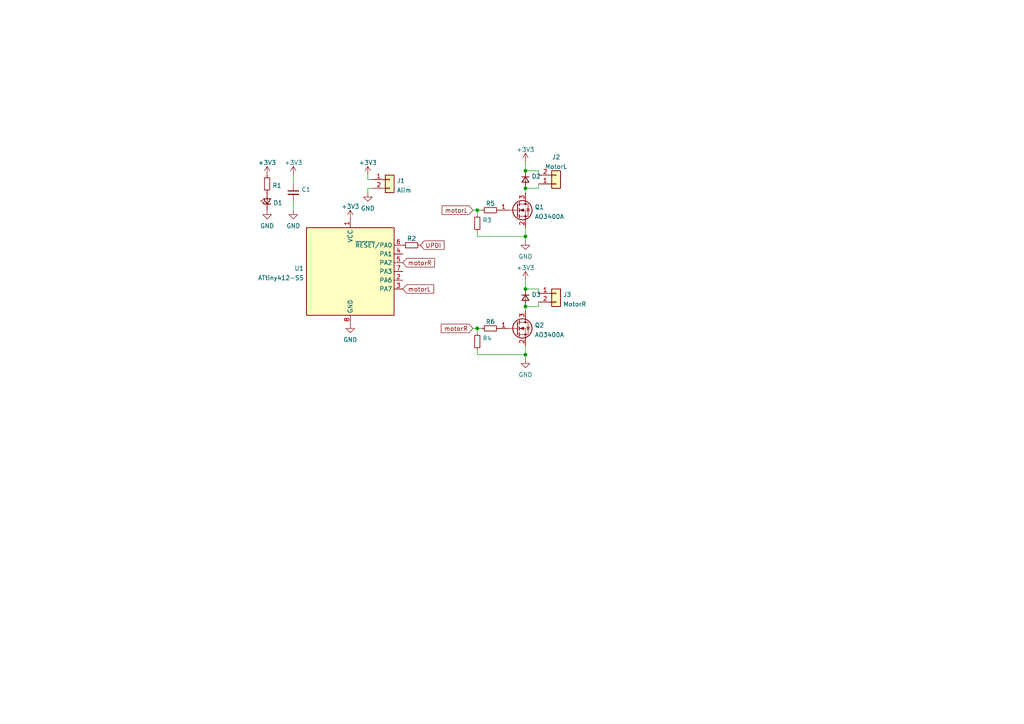
<source format=kicad_sch>
(kicad_sch (version 20210621) (generator eeschema)
  (paper "A4")
  (lib_symbols
    (symbol "Connector_Generic:Conn_01x02" (pin_names (offset 1.016) hide)
      (property "Reference" "J" (at 0 2.54 0))
      (property "Value" "Conn_01x02" (at 0 -5.08 0))
      (symbol "Conn_01x02_1_1"
        (rectangle (start -1.27 -2.413) (end 0 -2.667) (stroke (width 0.1524)))
        (rectangle (start -1.27 0.127) (end 0 -0.127) (stroke (width 0.1524)))
        (rectangle (start -1.27 1.27) (end 1.27 -3.81) (stroke (width 0.254)) (fill (type background)))
        (pin passive line (at -5.08 0 0) (length 3.81) (name "Pin_1") (number "1"))
        (pin passive line (at -5.08 -2.54 0) (length 3.81) (name "Pin_2") (number "2"))
      )
    )
    (symbol "Device:C_Small" (pin_numbers hide) (pin_names (offset 0.254) hide)
      (property "Reference" "C" (at 0.254 1.778 0))
      (property "Value" "C_Small" (at 0.254 -2.032 0))
      (symbol "C_Small_0_1"
        (polyline (pts (xy -1.524 -0.508) (xy 1.524 -0.508)) (stroke (width 0.3302)))
        (polyline (pts (xy -1.524 0.508) (xy 1.524 0.508)) (stroke (width 0.3048)))
      )
      (symbol "C_Small_1_1"
        (pin passive line (at 0 2.54 270) (length 2.032) (name "~") (number "1"))
        (pin passive line (at 0 -2.54 90) (length 2.032) (name "~") (number "2"))
      )
    )
    (symbol "Device:D_Small" (pin_numbers hide) (pin_names (offset 0.254) hide)
      (property "Reference" "D" (at -1.27 2.032 0))
      (property "Value" "D_Small" (at -3.81 -2.032 0))
      (symbol "D_Small_0_1"
        (polyline (pts (xy -0.762 -1.016) (xy -0.762 1.016)) (stroke (width 0.254)))
        (polyline (pts (xy -0.762 0) (xy 0.762 0)))
        (polyline (pts (xy 0.762 -1.016) (xy -0.762 0) (xy 0.762 1.016) (xy 0.762 -1.016)) (stroke (width 0.254)))
      )
      (symbol "D_Small_1_1"
        (pin passive line (at -2.54 0 0) (length 1.778) (name "K") (number "1"))
        (pin passive line (at 2.54 0 180) (length 1.778) (name "A") (number "2"))
      )
    )
    (symbol "Device:LED_Small" (pin_numbers hide) (pin_names (offset 0.254) hide)
      (property "Reference" "D" (at -1.27 3.175 0))
      (property "Value" "LED_Small" (at -4.445 -2.54 0))
      (symbol "LED_Small_0_1"
        (polyline (pts (xy -0.762 -1.016) (xy -0.762 1.016)) (stroke (width 0.254)))
        (polyline (pts (xy 1.016 0) (xy -0.762 0)))
        (polyline (pts (xy 0.762 -1.016) (xy -0.762 0) (xy 0.762 1.016) (xy 0.762 -1.016)) (stroke (width 0.254)))
        (polyline (pts (xy 0 0.762) (xy -0.508 1.27) (xy -0.254 1.27) (xy -0.508 1.27) (xy -0.508 1.016)))
        (polyline (pts (xy 0.508 1.27) (xy 0 1.778) (xy 0.254 1.778) (xy 0 1.778) (xy 0 1.524)))
      )
      (symbol "LED_Small_1_1"
        (pin passive line (at -2.54 0 0) (length 1.778) (name "K") (number "1"))
        (pin passive line (at 2.54 0 180) (length 1.778) (name "A") (number "2"))
      )
    )
    (symbol "Device:R_Small" (pin_numbers hide) (pin_names (offset 0.254) hide)
      (property "Reference" "R" (at 0.762 0.508 0))
      (property "Value" "R_Small" (at 0.762 -1.016 0))
      (symbol "R_Small_0_1"
        (rectangle (start -0.762 1.778) (end 0.762 -1.778) (stroke (width 0.2032)))
      )
      (symbol "R_Small_1_1"
        (pin passive line (at 0 2.54 270) (length 0.762) (name "~") (number "1"))
        (pin passive line (at 0 -2.54 90) (length 0.762) (name "~") (number "2"))
      )
    )
    (symbol "MCU_Microchip_ATtiny:ATtiny412-SS"
      (property "Reference" "U" (at -12.7 13.97 0))
      (property "Value" "ATtiny412-SS" (at 2.54 -13.97 0))
      (symbol "ATtiny412-SS_0_1"
        (rectangle (start -12.7 -12.7) (end 12.7 12.7) (stroke (width 0.254)) (fill (type background)))
      )
      (symbol "ATtiny412-SS_1_1"
        (pin power_in line (at 0 15.24 270) (length 2.54) (name "VCC") (number "1"))
        (pin bidirectional line (at 15.24 -2.54 180) (length 2.54) (name "PA6") (number "2"))
        (pin bidirectional line (at 15.24 -5.08 180) (length 2.54) (name "PA7") (number "3"))
        (pin bidirectional line (at 15.24 5.08 180) (length 2.54) (name "PA1") (number "4"))
        (pin bidirectional line (at 15.24 2.54 180) (length 2.54) (name "PA2") (number "5"))
        (pin bidirectional line (at 15.24 7.62 180) (length 2.54) (name "~{RESET}/PA0") (number "6"))
        (pin bidirectional line (at 15.24 0 180) (length 2.54) (name "PA3") (number "7"))
        (pin power_in line (at 0 -15.24 90) (length 2.54) (name "GND") (number "8"))
      )
    )
    (symbol "Transistor_FET:AO3400A" (pin_names hide)
      (property "Reference" "Q" (at 5.08 1.905 0))
      (property "Value" "AO3400A" (at 5.08 0 0))
      (symbol "AO3400A_0_1"
        (polyline (pts (xy 0.254 0) (xy -2.54 0)))
        (polyline (pts (xy 0.254 1.905) (xy 0.254 -1.905)) (stroke (width 0.254)))
        (polyline (pts (xy 0.762 -1.27) (xy 0.762 -2.286)) (stroke (width 0.254)))
        (polyline (pts (xy 0.762 0.508) (xy 0.762 -0.508)) (stroke (width 0.254)))
        (polyline (pts (xy 0.762 2.286) (xy 0.762 1.27)) (stroke (width 0.254)))
        (polyline (pts (xy 2.54 2.54) (xy 2.54 1.778)))
        (polyline (pts (xy 2.54 -2.54) (xy 2.54 0) (xy 0.762 0)))
        (polyline (pts (xy 0.762 -1.778) (xy 3.302 -1.778) (xy 3.302 1.778) (xy 0.762 1.778)))
        (polyline (pts (xy 1.016 0) (xy 2.032 0.381) (xy 2.032 -0.381) (xy 1.016 0)) (fill (type outline)))
        (polyline (pts (xy 2.794 0.508) (xy 2.921 0.381) (xy 3.683 0.381) (xy 3.81 0.254)))
        (polyline (pts (xy 3.302 0.381) (xy 2.921 -0.254) (xy 3.683 -0.254) (xy 3.302 0.381)))
        (circle (center 1.651 0) (radius 2.794) (stroke (width 0.254)))
        (circle (center 2.54 -1.778) (radius 0.254) (fill (type outline)))
        (circle (center 2.54 1.778) (radius 0.254) (fill (type outline)))
      )
      (symbol "AO3400A_1_1"
        (pin input line (at -5.08 0 0) (length 2.54) (name "G") (number "1"))
        (pin passive line (at 2.54 -5.08 90) (length 2.54) (name "S") (number "2"))
        (pin passive line (at 2.54 5.08 270) (length 2.54) (name "D") (number "3"))
      )
    )
    (symbol "power:+3.3V" (power) (pin_names (offset 0))
      (property "Value" "+3.3V" (at 0 3.556 0))
      (symbol "+3.3V_0_1"
        (polyline (pts (xy -0.762 1.27) (xy 0 2.54)))
        (polyline (pts (xy 0 0) (xy 0 2.54)))
        (polyline (pts (xy 0 2.54) (xy 0.762 1.27)))
      )
      (symbol "+3.3V_1_1"
        (pin power_in line (at 0 0 90) (length 0) hide (name "+3V3") (number "1"))
      )
    )
    (symbol "power:GND" (power) (pin_names (offset 0))
      (property "Value" "GND" (at 0 -3.81 0))
      (symbol "GND_0_1"
        (polyline (pts (xy 0 0) (xy 0 -1.27) (xy 1.27 -1.27) (xy 0 -2.54) (xy -1.27 -1.27) (xy 0 -1.27)))
      )
      (symbol "GND_1_1"
        (pin power_in line (at 0 0 270) (length 0) hide (name "GND") (number "1"))
      )
    )
  )
  (junction (at 152.4 68.58))
  (junction (at 152.4 83.82))
  (junction (at 138.43 95.25))
  (junction (at 152.4 54.61))
  (junction (at 152.4 49.53))
  (junction (at 152.4 102.87))
  (junction (at 152.4 88.9))
  (junction (at 138.43 60.96))
  (wire (pts (xy 152.4 88.9) (xy 152.4 90.17)))
  (wire (pts (xy 152.4 83.82) (xy 156.21 83.82)))
  (wire (pts (xy 138.43 95.25) (xy 139.7 95.25)))
  (wire (pts (xy 137.16 60.96) (xy 138.43 60.96)))
  (wire (pts (xy 138.43 60.96) (xy 139.7 60.96)))
  (wire (pts (xy 156.21 88.9) (xy 152.4 88.9)))
  (wire (pts (xy 152.4 46.99) (xy 152.4 49.53)))
  (wire (pts (xy 152.4 102.87) (xy 152.4 104.14)))
  (wire (pts (xy 156.21 87.63) (xy 156.21 88.9)))
  (wire (pts (xy 138.43 60.96) (xy 138.43 62.23)))
  (wire (pts (xy 156.21 53.34) (xy 156.21 54.61)))
  (wire (pts (xy 156.21 54.61) (xy 152.4 54.61)))
  (wire (pts (xy 152.4 68.58) (xy 152.4 69.85)))
  (wire (pts (xy 152.4 66.04) (xy 152.4 68.58)))
  (wire (pts (xy 85.09 60.96) (xy 85.09 58.42)))
  (wire (pts (xy 156.21 85.09) (xy 156.21 83.82)))
  (wire (pts (xy 138.43 102.87) (xy 152.4 102.87)))
  (wire (pts (xy 152.4 100.33) (xy 152.4 102.87)))
  (wire (pts (xy 138.43 95.25) (xy 138.43 96.52)))
  (wire (pts (xy 152.4 81.28) (xy 152.4 83.82)))
  (wire (pts (xy 138.43 68.58) (xy 152.4 68.58)))
  (wire (pts (xy 138.43 67.31) (xy 138.43 68.58)))
  (wire (pts (xy 137.16 95.25) (xy 138.43 95.25)))
  (wire (pts (xy 152.4 54.61) (xy 152.4 55.88)))
  (wire (pts (xy 107.95 52.07) (xy 106.68 52.07)))
  (wire (pts (xy 106.68 52.07) (xy 106.68 50.8)))
  (wire (pts (xy 152.4 49.53) (xy 156.21 49.53)))
  (wire (pts (xy 156.21 50.8) (xy 156.21 49.53)))
  (wire (pts (xy 85.09 53.34) (xy 85.09 50.8)))
  (wire (pts (xy 107.95 54.61) (xy 106.68 54.61)))
  (wire (pts (xy 106.68 54.61) (xy 106.68 55.88)))
  (wire (pts (xy 138.43 101.6) (xy 138.43 102.87)))
  (global_label "motorR" (shape input) (at 137.16 95.25 180) (property "Intersheet References" "${INTERSHEET_REFS}" (effects hide)))
  (global_label "UPDI" (shape input) (at 121.92 71.12 0) (property "Intersheet References" "${INTERSHEET_REFS}" (effects hide)))
  (global_label "motorR" (shape input) (at 116.84 76.2 0) (property "Intersheet References" "${INTERSHEET_REFS}" (effects hide)))
  (global_label "motorL" (shape input) (at 116.84 83.82 0) (property "Intersheet References" "${INTERSHEET_REFS}" (effects hide)))
  (global_label "motorL" (shape input) (at 137.16 60.96 180) (property "Intersheet References" "${INTERSHEET_REFS}" (effects hide)))
  (symbol (lib_id "Transistor_FET:AO3400A") (at 149.86 95.25 0) (unit 1)
    (property "Reference" "Q2" (at 155.067 94.3415 0) (effects (justify left)))
    (property "Value" "AO3400A" (at 155.067 97.1166 0) (effects (justify left)))
    (property "Footprint" "Package_TO_SOT_SMD:SOT-23" (effects hide))
    (property "Datasheet" "http://www.aosmd.com/pdfs/datasheet/AO3400A.pdf" (effects hide))
  )
  (symbol (lib_id "MCU_Microchip_ATtiny:ATtiny412-SS") (at 101.6 78.74 0) (unit 1)
    (property "Reference" "U1" (at 88.1381 77.8315 0) (effects (justify right)))
    (property "Value" "ATtiny412-SS" (at 88.1381 80.6066 0) (effects (justify right)))
    (property "Footprint" "Package_SO:SOIC-8_3.9x4.9mm_P1.27mm" (effects hide))
    (property "Datasheet" "http://ww1.microchip.com/downloads/en/DeviceDoc/40001911A.pdf" (effects hide))
  )
  (symbol (lib_id "power:GND") (at 101.6 93.98 0) (unit 1)
    (property "Reference" "#PWR0102" (effects hide))
    (property "Value" "GND" (at 101.6 98.5425 0))
  )
  (symbol (lib_id "Device:C_Small") (at 85.09 55.88 0) (unit 1)
    (property "Reference" "C1" (at 87.4141 54.9778 0) (effects (justify left)))
    (property "Value" "C_Small" (effects hide))
    (property "Footprint" "Capacitor_SMD:C_1206_3216Metric_Pad1.33x1.80mm_HandSolder" (effects hide))
  )
  (symbol (lib_id "power:+3.3V") (at 77.47 50.8 0) (unit 1)
    (property "Reference" "#PWR0109" (effects hide))
    (property "Value" "+3.3V" (at 77.47 47.1955 0))
  )
  (symbol (lib_id "Device:R_Small") (at 77.47 53.34 180) (unit 1)
    (property "Reference" "R1" (at 78.9686 53.819 0) (effects (justify right)))
    (property "Value" "R_Small" (effects hide))
    (property "Footprint" "Resistor_SMD:R_1206_3216Metric_Pad1.30x1.75mm_HandSolder" (effects hide))
  )
  (symbol (lib_id "Connector_Generic:Conn_01x02") (at 161.29 85.09 0) (unit 1)
    (property "Reference" "J3" (at 163.322 85.4515 0) (effects (justify left)))
    (property "Value" "MotorR" (at 163.322 88.2266 0) (effects (justify left)))
    (property "Footprint" "BarbaLib:PinHeader_1x02_2.54mm_Horizontal_SMD_Line" (effects hide))
  )
  (symbol (lib_id "Device:LED_Small") (at 77.47 58.42 90) (unit 1)
    (property "Reference" "D1" (at 79.248 58.8355 90) (effects (justify right)))
    (property "Value" "LED_Small" (effects hide))
    (property "Footprint" "LED_SMD:LED_1206_3216Metric_Pad1.42x1.75mm_HandSolder" (effects hide))
  )
  (symbol (lib_id "Device:R_Small") (at 138.43 99.06 0) (unit 1)
    (property "Reference" "R4" (at 139.9286 98.1515 0) (effects (justify left)))
    (property "Value" "R_Small" (effects hide))
    (property "Footprint" "Resistor_SMD:R_1206_3216Metric_Pad1.30x1.75mm_HandSolder" (effects hide))
  )
  (symbol (lib_id "Device:R_Small") (at 142.24 60.96 90) (unit 1)
    (property "Reference" "R5" (at 142.24 59.0319 90))
    (property "Value" "R_Small" (effects hide))
    (property "Footprint" "Resistor_SMD:R_1206_3216Metric_Pad1.30x1.75mm_HandSolder" (effects hide))
  )
  (symbol (lib_id "power:+3.3V") (at 101.6 63.5 0) (unit 1)
    (property "Reference" "#PWR0103" (effects hide))
    (property "Value" "+3.3V" (at 101.6 59.8955 0))
  )
  (symbol (lib_id "power:GND") (at 85.09 60.96 0) (unit 1)
    (property "Reference" "#PWR0101" (effects hide))
    (property "Value" "GND" (at 85.09 65.5225 0))
  )
  (symbol (lib_id "Device:R_Small") (at 138.43 64.77 0) (unit 1)
    (property "Reference" "R3" (at 139.9286 63.8615 0) (effects (justify left)))
    (property "Value" "R_Small" (effects hide))
    (property "Footprint" "Resistor_SMD:R_1206_3216Metric_Pad1.30x1.75mm_HandSolder" (effects hide))
  )
  (symbol (lib_id "Connector_Generic:Conn_01x02") (at 113.03 52.07 0) (unit 1)
    (property "Reference" "J1" (at 115.062 52.4315 0) (effects (justify left)))
    (property "Value" "Alim" (at 115.062 55.2066 0) (effects (justify left)))
    (property "Footprint" "BarbaLib:PinHeader_1x02_2.54mm_Horizontal_SMD_Line" (effects hide))
  )
  (symbol (lib_id "Transistor_FET:AO3400A") (at 149.86 60.96 0) (unit 1)
    (property "Reference" "Q1" (at 155.067 60.0515 0) (effects (justify left)))
    (property "Value" "AO3400A" (at 155.067 62.8266 0) (effects (justify left)))
    (property "Footprint" "Package_TO_SOT_SMD:SOT-23" (effects hide))
    (property "Datasheet" "http://www.aosmd.com/pdfs/datasheet/AO3400A.pdf" (effects hide))
  )
  (symbol (lib_id "Device:R_Small") (at 142.24 95.25 90) (unit 1)
    (property "Reference" "R6" (at 142.24 93.3219 90))
    (property "Value" "R_Small" (effects hide))
    (property "Footprint" "Resistor_SMD:R_1206_3216Metric_Pad1.30x1.75mm_HandSolder" (effects hide))
  )
  (symbol (lib_id "Device:D_Small") (at 152.4 86.36 270) (unit 1)
    (property "Reference" "D3" (at 154.178 85.4515 90) (effects (justify left)))
    (property "Value" "D_Small" (effects hide))
    (property "Footprint" "Diode_SMD:D_SMB_Handsoldering" (effects hide))
  )
  (symbol (lib_id "Device:D_Small") (at 152.4 52.07 270) (unit 1)
    (property "Reference" "D2" (at 154.178 51.1615 90) (effects (justify left)))
    (property "Value" "D_Small" (effects hide))
    (property "Footprint" "Diode_SMD:D_SMB_Handsoldering" (effects hide))
  )
  (symbol (lib_id "Connector_Generic:Conn_01x02") (at 161.29 53.34 0) (mirror x) (unit 1)
    (property "Reference" "J2" (at 161.29 45.5635 0))
    (property "Value" "MotorL" (at 161.29 48.3386 0))
    (property "Footprint" "BarbaLib:PinHeader_1x02_2.54mm_Horizontal_SMD_Line" (effects hide))
  )
  (symbol (lib_id "power:GND") (at 152.4 69.85 0) (unit 1)
    (property "Reference" "#PWR0111" (effects hide))
    (property "Value" "GND" (at 152.4 74.4125 0))
  )
  (symbol (lib_id "Device:R_Small") (at 119.38 71.12 270) (unit 1)
    (property "Reference" "R2" (at 119.38 69.1919 90))
    (property "Value" "R_Small" (effects hide))
    (property "Footprint" "Resistor_SMD:R_1206_3216Metric_Pad1.30x1.75mm_HandSolder" (effects hide))
  )
  (symbol (lib_id "power:+3.3V") (at 85.09 50.8 0) (unit 1)
    (property "Reference" "#PWR0108" (effects hide))
    (property "Value" "+3.3V" (at 85.09 47.1955 0))
  )
  (symbol (lib_id "power:GND") (at 106.68 55.88 0) (unit 1)
    (property "Reference" "#PWR0106" (effects hide))
    (property "Value" "GND" (at 106.68 60.4425 0))
  )
  (symbol (lib_id "power:GND") (at 77.47 60.96 0) (unit 1)
    (property "Reference" "#PWR0104" (effects hide))
    (property "Value" "GND" (at 77.47 65.5225 0))
  )
  (symbol (lib_id "power:GND") (at 152.4 104.14 0) (unit 1)
    (property "Reference" "#PWR0105" (effects hide))
    (property "Value" "GND" (at 152.4 108.7025 0))
  )
  (symbol (lib_id "power:+3.3V") (at 106.68 50.8 0) (unit 1)
    (property "Reference" "#PWR0107" (effects hide))
    (property "Value" "+3.3V" (at 106.68 47.1955 0))
  )
  (symbol (lib_id "power:+3.3V") (at 152.4 46.99 0) (unit 1)
    (property "Reference" "#PWR0110" (effects hide))
    (property "Value" "+3.3V" (at 152.4 43.3855 0))
  )
  (symbol (lib_id "power:+3.3V") (at 152.4 81.28 0) (unit 1)
    (property "Reference" "#PWR0112" (effects hide))
    (property "Value" "+3.3V" (at 152.4 77.6755 0))
  )
)
</source>
